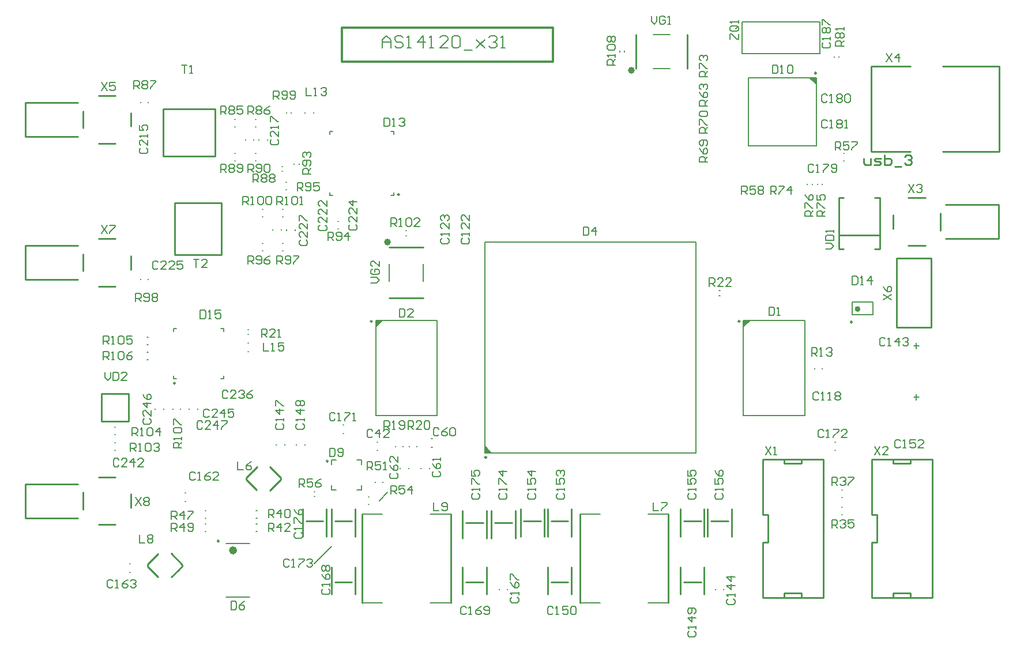
<source format=gto>
%FSLAX25Y25*%
%MOIN*%
G70*
G01*
G75*
G04 Layer_Color=65535*
%ADD10C,0.00591*%
%ADD11C,0.00591*%
%ADD12C,0.00492*%
%ADD13R,0.03347X0.05118*%
%ADD14R,0.04528X0.05709*%
%ADD15R,0.12598X0.16929*%
%ADD16R,0.03150X0.01575*%
%ADD17R,0.01575X0.03150*%
%ADD18R,0.05709X0.04528*%
%ADD19R,0.03543X0.02756*%
G04:AMPARAMS|DCode=20|XSize=23.62mil|YSize=23.62mil|CornerRadius=2.95mil|HoleSize=0mil|Usage=FLASHONLY|Rotation=90.000|XOffset=0mil|YOffset=0mil|HoleType=Round|Shape=RoundedRectangle|*
%AMROUNDEDRECTD20*
21,1,0.02362,0.01772,0,0,90.0*
21,1,0.01772,0.02362,0,0,90.0*
1,1,0.00591,0.00886,0.00886*
1,1,0.00591,0.00886,-0.00886*
1,1,0.00591,-0.00886,-0.00886*
1,1,0.00591,-0.00886,0.00886*
%
%ADD20ROUNDEDRECTD20*%
%ADD21R,0.02756X0.03543*%
G04:AMPARAMS|DCode=22|XSize=23.62mil|YSize=23.62mil|CornerRadius=2.95mil|HoleSize=0mil|Usage=FLASHONLY|Rotation=180.000|XOffset=0mil|YOffset=0mil|HoleType=Round|Shape=RoundedRectangle|*
%AMROUNDEDRECTD22*
21,1,0.02362,0.01772,0,0,180.0*
21,1,0.01772,0.02362,0,0,180.0*
1,1,0.00591,-0.00886,0.00886*
1,1,0.00591,0.00886,0.00886*
1,1,0.00591,0.00886,-0.00886*
1,1,0.00591,-0.00886,-0.00886*
%
%ADD22ROUNDEDRECTD22*%
%ADD23R,0.05118X0.03347*%
%ADD24R,0.11000X0.08500*%
%ADD25R,0.23622X0.19685*%
%ADD26O,0.06102X0.01378*%
%ADD27R,0.10787X0.12795*%
%ADD28O,0.04134X0.01181*%
%ADD29O,0.01181X0.04134*%
%ADD30R,0.08268X0.08268*%
%ADD31R,0.05906X0.09449*%
%ADD32C,0.03937*%
%ADD33R,0.05512X0.02992*%
%ADD34R,0.12520X0.05000*%
%ADD35R,0.02992X0.05512*%
%ADD36R,0.05000X0.12520*%
%ADD37O,0.00984X0.03150*%
%ADD38O,0.03150X0.00984*%
%ADD39R,0.21654X0.21654*%
%ADD40O,0.00984X0.05709*%
%ADD41R,0.29528X0.29528*%
%ADD42O,0.00984X0.03543*%
%ADD43O,0.03543X0.00984*%
%ADD44C,0.01772*%
%ADD45C,0.01575*%
%ADD46C,0.01969*%
%ADD47R,0.07087X0.08661*%
%ADD48R,0.08661X0.07087*%
%ADD49R,0.14961X0.11024*%
%ADD50R,0.03543X0.03740*%
%ADD51C,0.05906*%
%ADD52C,0.01181*%
%ADD53C,0.00984*%
%ADD54C,0.03937*%
%ADD55C,0.00787*%
%ADD56C,0.00551*%
%ADD57C,0.00394*%
%ADD58P,0.05966X8X22.5*%
%ADD59C,0.05512*%
%ADD60C,0.05906*%
%ADD61C,0.07874*%
%ADD62C,0.09843*%
%ADD63C,0.15748*%
%ADD64C,0.04724*%
%ADD65R,0.07874X0.07874*%
%ADD66R,0.07874X0.07874*%
G04:AMPARAMS|DCode=67|XSize=62.99mil|YSize=62.99mil|CornerRadius=15.75mil|HoleSize=0mil|Usage=FLASHONLY|Rotation=90.000|XOffset=0mil|YOffset=0mil|HoleType=Round|Shape=RoundedRectangle|*
%AMROUNDEDRECTD67*
21,1,0.06299,0.03150,0,0,90.0*
21,1,0.03150,0.06299,0,0,90.0*
1,1,0.03150,0.01575,0.01575*
1,1,0.03150,0.01575,-0.01575*
1,1,0.03150,-0.01575,-0.01575*
1,1,0.03150,-0.01575,0.01575*
%
%ADD67ROUNDEDRECTD67*%
%ADD68C,0.06299*%
%ADD69C,0.02559*%
%ADD70C,0.02953*%
%ADD71C,0.02362*%
%ADD72C,0.02756*%
%ADD73C,0.01575*%
%ADD74C,0.01969*%
%ADD75C,0.08661*%
%ADD76C,0.06693*%
%ADD77C,0.03937*%
%ADD78C,0.03740*%
%ADD79C,0.03543*%
%ADD80C,0.03150*%
%ADD81C,0.04331*%
%ADD82C,0.03347*%
%ADD83C,0.00512*%
%ADD84C,0.00494*%
%ADD85C,0.02756*%
%ADD86C,0.02362*%
%ADD87C,0.09449*%
%ADD88C,0.10630*%
%ADD89R,0.03347X0.01102*%
%ADD90R,0.06496X0.09449*%
%ADD91O,0.08661X0.02362*%
%ADD92O,0.03347X0.01102*%
%ADD93O,0.01102X0.03347*%
%ADD94R,0.08071X0.08071*%
%ADD95O,0.02756X0.09843*%
%ADD96C,0.07874*%
%ADD97C,0.01000*%
%ADD98C,0.00984*%
G36*
X311024Y299213D02*
Y303150D01*
X314961D01*
X311024Y299213D01*
D02*
G37*
G36*
X377953Y226378D02*
X374016D01*
Y230315D01*
X377953Y226378D01*
D02*
G37*
G36*
X565862Y439551D02*
X561925Y443488D01*
X565862Y443488D01*
Y439551D01*
D02*
G37*
G36*
X523622Y299213D02*
Y303150D01*
X527559D01*
X523622Y299213D01*
D02*
G37*
D32*
X458661Y447835D02*
D03*
X317913Y348425D02*
D03*
D52*
X291339Y472441D02*
X393701D01*
X413386D01*
Y452756D02*
Y472441D01*
X291339Y452756D02*
X413386D01*
X291339D02*
Y472441D01*
D53*
X220472Y175394D02*
G03*
X220472Y175394I-492J0D01*
G01*
X283563Y221654D02*
G03*
X283563Y221654I-492J0D01*
G01*
X195177Y266732D02*
G03*
X195177Y266732I-492J0D01*
G01*
X586417Y302067D02*
G03*
X586417Y302067I-492J0D01*
G01*
X324705Y375787D02*
G03*
X324705Y375787I-492J0D01*
G01*
X565764Y446047D02*
G03*
X565764Y446047I-492J0D01*
G01*
X521555Y302559D02*
G03*
X521555Y302559I-492J0D01*
G01*
X375098Y223819D02*
G03*
X375098Y223819I-492J0D01*
G01*
X308957Y302559D02*
G03*
X308957Y302559I-492J0D01*
G01*
D55*
X212402Y180905D02*
X212795D01*
X212402Y185236D02*
X212795D01*
X212401Y193110D02*
X212795D01*
X212401Y188780D02*
X212795D01*
X200787Y203248D02*
X201181Y203248D01*
X200787Y198327D02*
X201181Y198327D01*
X522835Y457283D02*
Y475787D01*
X567717D01*
Y457283D02*
Y475787D01*
X522835Y457283D02*
X567717D01*
X468504Y139764D02*
X480315D01*
X429134D02*
X440945D01*
X429134Y190945D02*
X440945D01*
X468504D02*
X480315D01*
X342520D02*
X354331D01*
X303150D02*
X314961D01*
X303150Y139764D02*
X314961D01*
X342520D02*
X354331D01*
X248524Y407283D02*
Y407677D01*
X243602Y407283D02*
Y407677D01*
X266732Y393307D02*
Y393701D01*
X263976Y393307D02*
Y393701D01*
X241339Y415157D02*
X241732D01*
X241339Y419488D02*
X241732D01*
X229528Y415157D02*
X229921D01*
X229528Y419488D02*
X229921D01*
X259449Y423032D02*
Y423425D01*
X262205Y423032D02*
Y423425D01*
X275098Y423031D02*
Y423425D01*
X270177Y423031D02*
Y423425D01*
X240650Y407283D02*
Y407677D01*
X235728Y407283D02*
Y407677D01*
X241339Y395473D02*
X241732D01*
X241339Y399803D02*
X241732D01*
X229528Y395472D02*
X229921D01*
X229528Y399803D02*
X229921D01*
X256890Y389370D02*
X257283D01*
X256890Y392126D02*
X257283D01*
X259252Y378543D02*
X259646D01*
X259252Y382874D02*
X259646D01*
X257244Y363032D02*
X257638D01*
X257244Y367362D02*
X257638D01*
X251476Y355315D02*
Y355709D01*
X256398Y355315D02*
Y355709D01*
X259508Y355157D02*
Y355551D01*
X264429Y355157D02*
Y355551D01*
X245433Y363032D02*
X245827D01*
X245433Y367362D02*
X245827D01*
X257244Y343347D02*
X257638D01*
X257244Y347677D02*
X257638D01*
X245433Y343347D02*
X245827D01*
X245433Y347677D02*
X245827D01*
X289173Y356102D02*
X289567D01*
X289173Y360433D02*
X289567D01*
X566535Y381693D02*
Y382087D01*
X569291Y381693D02*
Y382087D01*
X560630Y381693D02*
Y382087D01*
X563386Y381693D02*
Y382087D01*
X581496Y399803D02*
X581890D01*
X581496Y395472D02*
X581890D01*
X578937Y455315D02*
Y455709D01*
X576181Y455315D02*
Y455709D01*
X328543Y354921D02*
X328937D01*
X328543Y352165D02*
X328937D01*
X509646Y317520D02*
X510039D01*
X509646Y320275D02*
X510039D01*
X564764Y275000D02*
Y275394D01*
X569094Y275000D02*
Y275394D01*
X576575Y232775D02*
X576969D01*
X576575Y227854D02*
X576969D01*
X580512Y204921D02*
X580905D01*
X580512Y200590D02*
X580905D01*
X580512Y195079D02*
X580905D01*
X580512Y190748D02*
X580905D01*
X512303Y147441D02*
Y147835D01*
X507382Y147441D02*
Y147835D01*
X387303Y147441D02*
Y147835D01*
X382382Y147441D02*
Y147835D01*
X330512Y230118D02*
Y230512D01*
X334842Y230118D02*
Y230512D01*
X326969Y230118D02*
Y230512D01*
X322638Y230118D02*
Y230512D01*
X343307Y234744D02*
X343701D01*
X343307Y229823D02*
X343701D01*
X325295Y217323D02*
Y217717D01*
X330217Y217323D02*
Y217717D01*
X337106Y217323D02*
Y217717D01*
X342028Y217323D02*
Y217717D01*
X312992Y198819D02*
X317913Y203740D01*
X310827Y209449D02*
Y209842D01*
X315158Y209449D02*
Y209842D01*
X306890Y200984D02*
X307283D01*
X306890Y196654D02*
X307283D01*
X311811Y232776D02*
X312205D01*
X311811Y227854D02*
X312205D01*
X275590Y162402D02*
Y162402D01*
X285433Y172244D01*
X285433D01*
X275394Y204134D02*
X275787D01*
X275394Y201378D02*
X275787D01*
X241929Y188779D02*
X242323D01*
X241929Y193110D02*
X242323D01*
X241929Y180906D02*
X242323D01*
X241929Y185236D02*
X242323D01*
X224606Y174016D02*
X237992D01*
X224606Y142913D02*
X237992D01*
X300295Y222244D02*
X302953D01*
Y219586D02*
Y222244D01*
X300295Y204921D02*
X302953D01*
Y207579D01*
X285630Y204921D02*
X288287D01*
X285630D02*
Y207579D01*
Y222244D02*
X288287D01*
X285630Y219586D02*
Y222244D01*
X292126Y237697D02*
X292520D01*
X292126Y242618D02*
X292520D01*
X265256Y231102D02*
Y231496D01*
X270177Y231102D02*
Y231496D01*
X253445Y231102D02*
Y231496D01*
X258366Y231102D02*
Y231496D01*
X208169Y251772D02*
Y252165D01*
X203248Y251772D02*
Y252165D01*
X168897Y157382D02*
X169291D01*
X168897Y162303D02*
X169291D01*
X198032Y251772D02*
Y252165D01*
X193701Y251772D02*
Y252165D01*
X188484Y251772D02*
Y252165D01*
X183563Y251772D02*
Y252165D01*
X160236Y237008D02*
X160630D01*
X160236Y241338D02*
X160630D01*
X160236Y232480D02*
X160630D01*
X160236Y228150D02*
X160630D01*
X237008Y294882D02*
X237402D01*
X237008Y297638D02*
X237402D01*
X237008Y284941D02*
X237402D01*
X237008Y289862D02*
X237402D01*
X175000Y326575D02*
Y326969D01*
X179331Y326575D02*
Y326969D01*
Y428937D02*
Y429331D01*
X175000Y428937D02*
Y429331D01*
X178937Y280315D02*
X179331D01*
X178937Y284646D02*
X179331D01*
X178937Y289173D02*
X179331D01*
X178937Y293504D02*
X179331D01*
X452165Y458465D02*
Y458858D01*
X454921Y458465D02*
Y458858D01*
X194094Y296752D02*
Y298425D01*
X195768D01*
X223228Y296752D02*
Y298425D01*
X221555D02*
X223228D01*
Y269291D02*
Y270965D01*
X221555Y269291D02*
X223228D01*
X194094D02*
Y270965D01*
Y269291D02*
X195768D01*
X598622Y306496D02*
Y313583D01*
X586417Y306496D02*
Y313583D01*
X598622D01*
X586417Y306496D02*
X598622D01*
X321653Y375197D02*
Y376870D01*
X319980Y375197D02*
X321653D01*
Y410531D02*
Y412205D01*
X319980D02*
X321653D01*
X284646Y410531D02*
Y412205D01*
X286319D01*
X284646Y375197D02*
Y376870D01*
Y375197D02*
X286319D01*
X561925Y443488D02*
X565862Y439551D01*
X526492Y443488D02*
X565862D01*
X526492Y404118D02*
X565862D01*
Y443488D01*
X526492Y404118D02*
Y443488D01*
X559055Y248032D02*
Y303150D01*
X523622D02*
X559055D01*
X523622Y299213D02*
X527559Y303150D01*
X523622Y248032D02*
X559055D01*
X523622D02*
Y303150D01*
X496063Y226378D02*
Y348425D01*
X374016Y226378D02*
Y348425D01*
X496063D01*
X374016Y226378D02*
X496063D01*
X374016Y230315D02*
X377953Y226378D01*
X311024Y248032D02*
Y303150D01*
Y248032D02*
X346457D01*
X311024Y299213D02*
X314961Y303150D01*
X311024D02*
X346457D01*
Y248032D02*
Y303150D01*
X471457Y468504D02*
X481299D01*
X471457Y448819D02*
X481299D01*
X318898Y325787D02*
Y335630D01*
X338583Y325787D02*
Y335630D01*
X192913Y181102D02*
Y185825D01*
X195275D01*
X196062Y185038D01*
Y183464D01*
X195275Y182677D01*
X192913D01*
X194488D02*
X196062Y181102D01*
X199998D02*
Y185825D01*
X197636Y183464D01*
X200785D01*
X202359Y181889D02*
X203146Y181102D01*
X204721D01*
X205508Y181889D01*
Y185038D01*
X204721Y185825D01*
X203146D01*
X202359Y185038D01*
Y184251D01*
X203146Y183464D01*
X205508D01*
X192913Y187992D02*
Y192715D01*
X195275D01*
X196062Y191928D01*
Y190354D01*
X195275Y189566D01*
X192913D01*
X194488D02*
X196062Y187992D01*
X199998D02*
Y192715D01*
X197636Y190354D01*
X200785D01*
X202359Y192715D02*
X205508D01*
Y191928D01*
X202359Y188779D01*
Y187992D01*
X206692Y214566D02*
X205905Y215353D01*
X204330D01*
X203543Y214566D01*
Y211417D01*
X204330Y210630D01*
X205905D01*
X206692Y211417D01*
X208266Y210630D02*
X209840D01*
X209053D01*
Y215353D01*
X208266Y214566D01*
X215351Y215353D02*
X213776Y214566D01*
X212202Y212991D01*
Y211417D01*
X212989Y210630D01*
X214563D01*
X215351Y211417D01*
Y212204D01*
X214563Y212991D01*
X212202D01*
X220073Y210630D02*
X216925D01*
X220073Y213778D01*
Y214566D01*
X219286Y215353D01*
X217712D01*
X216925Y214566D01*
X515946Y465551D02*
Y468700D01*
X516734D01*
X519882Y465551D01*
X520669D01*
Y468700D01*
X519882Y473423D02*
X516734D01*
X515946Y472636D01*
Y471061D01*
X516734Y470274D01*
X519882D01*
X520669Y471061D01*
Y472636D01*
X519095Y471848D02*
X520669Y473423D01*
Y472636D02*
X519882Y473423D01*
X520669Y474997D02*
Y476571D01*
Y475784D01*
X515946D01*
X516734Y474997D01*
X172244Y200589D02*
X175393Y195866D01*
Y200589D02*
X172244Y195866D01*
X176967Y199802D02*
X177754Y200589D01*
X179328D01*
X180116Y199802D01*
Y199015D01*
X179328Y198228D01*
X180116Y197440D01*
Y196653D01*
X179328Y195866D01*
X177754D01*
X176967Y196653D01*
Y197440D01*
X177754Y198228D01*
X176967Y199015D01*
Y199802D01*
X177754Y198228D02*
X179328D01*
X152559Y358069D02*
X155708Y353346D01*
Y358069D02*
X152559Y353346D01*
X157282Y358069D02*
X160431D01*
Y357282D01*
X157282Y354134D01*
Y353346D01*
X604529Y314961D02*
X609252Y318109D01*
X604529D02*
X609252Y314961D01*
X604529Y322832D02*
X605316Y321258D01*
X606890Y319684D01*
X608465D01*
X609252Y320471D01*
Y322045D01*
X608465Y322832D01*
X607678D01*
X606890Y322045D01*
Y319684D01*
X152559Y440746D02*
X155708Y436024D01*
Y440746D02*
X152559Y436024D01*
X160431Y440746D02*
X157282D01*
Y438385D01*
X158856Y439172D01*
X159643D01*
X160431Y438385D01*
Y436811D01*
X159643Y436024D01*
X158069D01*
X157282Y436811D01*
X606299Y457479D02*
X609448Y452756D01*
Y457479D02*
X606299Y452756D01*
X613383D02*
Y457479D01*
X611022Y455117D01*
X614171D01*
X619095Y381691D02*
X622243Y376969D01*
Y381691D02*
X619095Y376969D01*
X623817Y380904D02*
X624605Y381691D01*
X626179D01*
X626966Y380904D01*
Y380117D01*
X626179Y379330D01*
X625392D01*
X626179D01*
X626966Y378543D01*
Y377756D01*
X626179Y376969D01*
X624605D01*
X623817Y377756D01*
X599409Y230117D02*
X602558Y225394D01*
Y230117D02*
X599409Y225394D01*
X607281D02*
X604132D01*
X607281Y228542D01*
Y229329D01*
X606494Y230117D01*
X604919D01*
X604132Y229329D01*
X536417Y230117D02*
X539566Y225394D01*
Y230117D02*
X536417Y225394D01*
X541140D02*
X542715D01*
X541927D01*
Y230117D01*
X541140Y229329D01*
X308269Y324803D02*
X311418D01*
X312992Y326377D01*
X311418Y327952D01*
X308269D01*
X309056Y332675D02*
X308269Y331888D01*
Y330313D01*
X309056Y329526D01*
X312205D01*
X312992Y330313D01*
Y331888D01*
X312205Y332675D01*
X310631D01*
Y331100D01*
X312992Y337398D02*
Y334249D01*
X309843Y337398D01*
X309056D01*
X308269Y336610D01*
Y335036D01*
X309056Y334249D01*
X470472Y479132D02*
Y475984D01*
X472047Y474409D01*
X473621Y475984D01*
Y479132D01*
X478344Y478345D02*
X477557Y479132D01*
X475983D01*
X475195Y478345D01*
Y475197D01*
X475983Y474409D01*
X477557D01*
X478344Y475197D01*
Y476771D01*
X476770D01*
X479918Y474409D02*
X481493D01*
X480705D01*
Y479132D01*
X479918Y478345D01*
X154527Y273128D02*
Y269980D01*
X156102Y268406D01*
X157676Y269980D01*
Y273128D01*
X159250D02*
Y268406D01*
X161612D01*
X162399Y269193D01*
Y272341D01*
X161612Y273128D01*
X159250D01*
X167122Y268406D02*
X163973D01*
X167122Y271554D01*
Y272341D01*
X166335Y273128D01*
X164760D01*
X163973Y272341D01*
X571065Y344488D02*
X574213D01*
X575787Y346062D01*
X574213Y347637D01*
X571065D01*
Y349211D02*
X575787D01*
Y351572D01*
X575000Y352360D01*
X571852D01*
X571065Y351572D01*
Y349211D01*
X575787Y353934D02*
Y355508D01*
Y354721D01*
X571065D01*
X571852Y353934D01*
X205709Y338384D02*
X208857D01*
X207283D01*
Y333661D01*
X213580D02*
X210432D01*
X213580Y336810D01*
Y337597D01*
X212793Y338384D01*
X211219D01*
X210432Y337597D01*
X198819Y450589D02*
X201968D01*
X200393D01*
Y445866D01*
X203542D02*
X205116D01*
X204329D01*
Y450589D01*
X203542Y449802D01*
X198819Y229331D02*
X194096D01*
Y231692D01*
X194883Y232479D01*
X196458D01*
X197245Y231692D01*
Y229331D01*
Y230905D02*
X198819Y232479D01*
Y234054D02*
Y235628D01*
Y234841D01*
X194096D01*
X194883Y234054D01*
Y237989D02*
X194096Y238776D01*
Y240351D01*
X194883Y241138D01*
X198032D01*
X198819Y240351D01*
Y238776D01*
X198032Y237989D01*
X194883D01*
X194096Y242712D02*
Y245861D01*
X194883D01*
X198032Y242712D01*
X198819D01*
X153631Y280426D02*
Y285149D01*
X155992D01*
X156779Y284362D01*
Y282787D01*
X155992Y282000D01*
X153631D01*
X155205D02*
X156779Y280426D01*
X158354D02*
X159928D01*
X159141D01*
Y285149D01*
X158354Y284362D01*
X162289D02*
X163076Y285149D01*
X164651D01*
X165438Y284362D01*
Y281213D01*
X164651Y280426D01*
X163076D01*
X162289Y281213D01*
Y284362D01*
X170161Y285149D02*
X168587Y284362D01*
X167012Y282787D01*
Y281213D01*
X167799Y280426D01*
X169374D01*
X170161Y281213D01*
Y282000D01*
X169374Y282787D01*
X167012D01*
X153631Y289326D02*
Y294049D01*
X155992D01*
X156779Y293262D01*
Y291687D01*
X155992Y290900D01*
X153631D01*
X155205D02*
X156779Y289326D01*
X158354D02*
X159928D01*
X159141D01*
Y294049D01*
X158354Y293262D01*
X162289D02*
X163076Y294049D01*
X164651D01*
X165438Y293262D01*
Y290113D01*
X164651Y289326D01*
X163076D01*
X162289Y290113D01*
Y293262D01*
X170161Y294049D02*
X167012D01*
Y291687D01*
X168587Y292475D01*
X169374D01*
X170161Y291687D01*
Y290113D01*
X169374Y289326D01*
X167799D01*
X167012Y290113D01*
X170276Y236221D02*
Y240943D01*
X172637D01*
X173424Y240156D01*
Y238582D01*
X172637Y237795D01*
X170276D01*
X171850D02*
X173424Y236221D01*
X174998D02*
X176573D01*
X175786D01*
Y240943D01*
X174998Y240156D01*
X178934D02*
X179721Y240943D01*
X181296D01*
X182083Y240156D01*
Y237008D01*
X181296Y236221D01*
X179721D01*
X178934Y237008D01*
Y240156D01*
X186019Y236221D02*
Y240943D01*
X183657Y238582D01*
X186806D01*
X169291Y227362D02*
Y232085D01*
X171653D01*
X172440Y231298D01*
Y229724D01*
X171653Y228937D01*
X169291D01*
X170866D02*
X172440Y227362D01*
X174014D02*
X175589D01*
X174801D01*
Y232085D01*
X174014Y231298D01*
X177950D02*
X178737Y232085D01*
X180311D01*
X181099Y231298D01*
Y228149D01*
X180311Y227362D01*
X178737D01*
X177950Y228149D01*
Y231298D01*
X182673D02*
X183460Y232085D01*
X185034D01*
X185821Y231298D01*
Y230511D01*
X185034Y229724D01*
X184247D01*
X185034D01*
X185821Y228937D01*
Y228149D01*
X185034Y227362D01*
X183460D01*
X182673Y228149D01*
X319882Y357480D02*
Y362203D01*
X322243D01*
X323030Y361416D01*
Y359842D01*
X322243Y359055D01*
X319882D01*
X321456D02*
X323030Y357480D01*
X324605D02*
X326179D01*
X325392D01*
Y362203D01*
X324605Y361416D01*
X328540D02*
X329328Y362203D01*
X330902D01*
X331689Y361416D01*
Y358267D01*
X330902Y357480D01*
X329328D01*
X328540Y358267D01*
Y361416D01*
X336412Y357480D02*
X333263D01*
X336412Y360629D01*
Y361416D01*
X335625Y362203D01*
X334050D01*
X333263Y361416D01*
X253937Y370079D02*
Y374802D01*
X256298D01*
X257086Y374014D01*
Y372440D01*
X256298Y371653D01*
X253937D01*
X255511D02*
X257086Y370079D01*
X258660D02*
X260234D01*
X259447D01*
Y374802D01*
X258660Y374014D01*
X262596D02*
X263383Y374802D01*
X264957D01*
X265744Y374014D01*
Y370866D01*
X264957Y370079D01*
X263383D01*
X262596Y370866D01*
Y374014D01*
X267319Y370079D02*
X268893D01*
X268106D01*
Y374802D01*
X267319Y374014D01*
X234252Y370079D02*
Y374802D01*
X236613D01*
X237401Y374014D01*
Y372440D01*
X236613Y371653D01*
X234252D01*
X235826D02*
X237401Y370079D01*
X238975D02*
X240549D01*
X239762D01*
Y374802D01*
X238975Y374014D01*
X242911D02*
X243698Y374802D01*
X245272D01*
X246059Y374014D01*
Y370866D01*
X245272Y370079D01*
X243698D01*
X242911Y370866D01*
Y374014D01*
X247634D02*
X248421Y374802D01*
X249995D01*
X250782Y374014D01*
Y370866D01*
X249995Y370079D01*
X248421D01*
X247634Y370866D01*
Y374014D01*
X251969Y431102D02*
Y435825D01*
X254330D01*
X255117Y435038D01*
Y433464D01*
X254330Y432677D01*
X251969D01*
X253543D02*
X255117Y431102D01*
X256691Y431889D02*
X257478Y431102D01*
X259053D01*
X259840Y431889D01*
Y435038D01*
X259053Y435825D01*
X257478D01*
X256691Y435038D01*
Y434251D01*
X257478Y433464D01*
X259840D01*
X261414Y431889D02*
X262201Y431102D01*
X263776D01*
X264563Y431889D01*
Y435038D01*
X263776Y435825D01*
X262201D01*
X261414Y435038D01*
Y434251D01*
X262201Y433464D01*
X264563D01*
X172244Y313976D02*
Y318699D01*
X174606D01*
X175393Y317912D01*
Y316338D01*
X174606Y315551D01*
X172244D01*
X173818D02*
X175393Y313976D01*
X176967Y314763D02*
X177754Y313976D01*
X179328D01*
X180116Y314763D01*
Y317912D01*
X179328Y318699D01*
X177754D01*
X176967Y317912D01*
Y317125D01*
X177754Y316338D01*
X180116D01*
X181690Y317912D02*
X182477Y318699D01*
X184051D01*
X184838Y317912D01*
Y317125D01*
X184051Y316338D01*
X184838Y315551D01*
Y314763D01*
X184051Y313976D01*
X182477D01*
X181690Y314763D01*
Y315551D01*
X182477Y316338D01*
X181690Y317125D01*
Y317912D01*
X182477Y316338D02*
X184051D01*
X253937Y335630D02*
Y340353D01*
X256298D01*
X257086Y339566D01*
Y337991D01*
X256298Y337204D01*
X253937D01*
X255511D02*
X257086Y335630D01*
X258660Y336417D02*
X259447Y335630D01*
X261021D01*
X261808Y336417D01*
Y339566D01*
X261021Y340353D01*
X259447D01*
X258660Y339566D01*
Y338778D01*
X259447Y337991D01*
X261808D01*
X263383Y340353D02*
X266531D01*
Y339566D01*
X263383Y336417D01*
Y335630D01*
X237205D02*
Y340353D01*
X239566D01*
X240353Y339566D01*
Y337991D01*
X239566Y337204D01*
X237205D01*
X238779D02*
X240353Y335630D01*
X241928Y336417D02*
X242715Y335630D01*
X244289D01*
X245076Y336417D01*
Y339566D01*
X244289Y340353D01*
X242715D01*
X241928Y339566D01*
Y338778D01*
X242715Y337991D01*
X245076D01*
X249799Y340353D02*
X248225Y339566D01*
X246651Y337991D01*
Y336417D01*
X247438Y335630D01*
X249012D01*
X249799Y336417D01*
Y337204D01*
X249012Y337991D01*
X246651D01*
X265748Y377953D02*
Y382676D01*
X268109D01*
X268897Y381889D01*
Y380314D01*
X268109Y379527D01*
X265748D01*
X267322D02*
X268897Y377953D01*
X270471Y378740D02*
X271258Y377953D01*
X272832D01*
X273620Y378740D01*
Y381889D01*
X272832Y382676D01*
X271258D01*
X270471Y381889D01*
Y381101D01*
X271258Y380314D01*
X273620D01*
X278342Y382676D02*
X275194D01*
Y380314D01*
X276768Y381101D01*
X277555D01*
X278342Y380314D01*
Y378740D01*
X277555Y377953D01*
X275981D01*
X275194Y378740D01*
X283465Y349410D02*
Y354132D01*
X285826D01*
X286613Y353345D01*
Y351771D01*
X285826Y350984D01*
X283465D01*
X285039D02*
X286613Y349410D01*
X288187Y350197D02*
X288975Y349410D01*
X290549D01*
X291336Y350197D01*
Y353345D01*
X290549Y354132D01*
X288975D01*
X288187Y353345D01*
Y352558D01*
X288975Y351771D01*
X291336D01*
X295272Y349410D02*
Y354132D01*
X292910Y351771D01*
X296059D01*
X273622Y387795D02*
X268899D01*
Y390157D01*
X269686Y390944D01*
X271261D01*
X272048Y390157D01*
Y387795D01*
Y389370D02*
X273622Y390944D01*
X272835Y392518D02*
X273622Y393305D01*
Y394880D01*
X272835Y395667D01*
X269686D01*
X268899Y394880D01*
Y393305D01*
X269686Y392518D01*
X270474D01*
X271261Y393305D01*
Y395667D01*
X269686Y397241D02*
X268899Y398028D01*
Y399603D01*
X269686Y400390D01*
X270474D01*
X271261Y399603D01*
Y398815D01*
Y399603D01*
X272048Y400390D01*
X272835D01*
X273622Y399603D01*
Y398028D01*
X272835Y397241D01*
X237205Y388779D02*
Y393502D01*
X239566D01*
X240353Y392715D01*
Y391141D01*
X239566Y390354D01*
X237205D01*
X238779D02*
X240353Y388779D01*
X241928Y389567D02*
X242715Y388779D01*
X244289D01*
X245076Y389567D01*
Y392715D01*
X244289Y393502D01*
X242715D01*
X241928Y392715D01*
Y391928D01*
X242715Y391141D01*
X245076D01*
X246651Y392715D02*
X247438Y393502D01*
X249012D01*
X249799Y392715D01*
Y389567D01*
X249012Y388779D01*
X247438D01*
X246651Y389567D01*
Y392715D01*
X221457Y388779D02*
Y393502D01*
X223818D01*
X224605Y392715D01*
Y391141D01*
X223818Y390354D01*
X221457D01*
X223031D02*
X224605Y388779D01*
X226180Y392715D02*
X226967Y393502D01*
X228541D01*
X229328Y392715D01*
Y391928D01*
X228541Y391141D01*
X229328Y390354D01*
Y389567D01*
X228541Y388779D01*
X226967D01*
X226180Y389567D01*
Y390354D01*
X226967Y391141D01*
X226180Y391928D01*
Y392715D01*
X226967Y391141D02*
X228541D01*
X230902Y389567D02*
X231690Y388779D01*
X233264D01*
X234051Y389567D01*
Y392715D01*
X233264Y393502D01*
X231690D01*
X230902Y392715D01*
Y391928D01*
X231690Y391141D01*
X234051D01*
X240158Y382874D02*
Y387597D01*
X242519D01*
X243306Y386810D01*
Y385236D01*
X242519Y384448D01*
X240158D01*
X241732D02*
X243306Y382874D01*
X244880Y386810D02*
X245668Y387597D01*
X247242D01*
X248029Y386810D01*
Y386023D01*
X247242Y385236D01*
X248029Y384448D01*
Y383661D01*
X247242Y382874D01*
X245668D01*
X244880Y383661D01*
Y384448D01*
X245668Y385236D01*
X244880Y386023D01*
Y386810D01*
X245668Y385236D02*
X247242D01*
X249603Y386810D02*
X250390Y387597D01*
X251965D01*
X252752Y386810D01*
Y386023D01*
X251965Y385236D01*
X252752Y384448D01*
Y383661D01*
X251965Y382874D01*
X250390D01*
X249603Y383661D01*
Y384448D01*
X250390Y385236D01*
X249603Y386023D01*
Y386810D01*
X250390Y385236D02*
X251965D01*
X171260Y437008D02*
Y441731D01*
X173621D01*
X174408Y440944D01*
Y439369D01*
X173621Y438582D01*
X171260D01*
X172834D02*
X174408Y437008D01*
X175983Y440944D02*
X176770Y441731D01*
X178344D01*
X179131Y440944D01*
Y440157D01*
X178344Y439369D01*
X179131Y438582D01*
Y437795D01*
X178344Y437008D01*
X176770D01*
X175983Y437795D01*
Y438582D01*
X176770Y439369D01*
X175983Y440157D01*
Y440944D01*
X176770Y439369D02*
X178344D01*
X180706Y441731D02*
X183854D01*
Y440944D01*
X180706Y437795D01*
Y437008D01*
X237205Y422244D02*
Y426967D01*
X239566D01*
X240353Y426180D01*
Y424606D01*
X239566Y423818D01*
X237205D01*
X238779D02*
X240353Y422244D01*
X241928Y426180D02*
X242715Y426967D01*
X244289D01*
X245076Y426180D01*
Y425393D01*
X244289Y424606D01*
X245076Y423818D01*
Y423031D01*
X244289Y422244D01*
X242715D01*
X241928Y423031D01*
Y423818D01*
X242715Y424606D01*
X241928Y425393D01*
Y426180D01*
X242715Y424606D02*
X244289D01*
X249799Y426967D02*
X248225Y426180D01*
X246651Y424606D01*
Y423031D01*
X247438Y422244D01*
X249012D01*
X249799Y423031D01*
Y423818D01*
X249012Y424606D01*
X246651D01*
X221457Y422244D02*
Y426967D01*
X223818D01*
X224605Y426180D01*
Y424606D01*
X223818Y423818D01*
X221457D01*
X223031D02*
X224605Y422244D01*
X226180Y426180D02*
X226967Y426967D01*
X228541D01*
X229328Y426180D01*
Y425393D01*
X228541Y424606D01*
X229328Y423818D01*
Y423031D01*
X228541Y422244D01*
X226967D01*
X226180Y423031D01*
Y423818D01*
X226967Y424606D01*
X226180Y425393D01*
Y426180D01*
X226967Y424606D02*
X228541D01*
X234051Y426967D02*
X230902D01*
Y424606D01*
X232477Y425393D01*
X233264D01*
X234051Y424606D01*
Y423031D01*
X233264Y422244D01*
X231690D01*
X230902Y423031D01*
X581693Y461614D02*
X576970D01*
Y463976D01*
X577757Y464763D01*
X579331D01*
X580119Y463976D01*
Y461614D01*
Y463189D02*
X581693Y464763D01*
X577757Y466337D02*
X576970Y467124D01*
Y468699D01*
X577757Y469486D01*
X578544D01*
X579331Y468699D01*
X580119Y469486D01*
X580906D01*
X581693Y468699D01*
Y467124D01*
X580906Y466337D01*
X580119D01*
X579331Y467124D01*
X578544Y466337D01*
X577757D01*
X579331Y467124D02*
Y468699D01*
X581693Y471060D02*
Y472634D01*
Y471847D01*
X576970D01*
X577757Y471060D01*
X563976Y363189D02*
X559254D01*
Y365550D01*
X560041Y366338D01*
X561615D01*
X562402Y365550D01*
Y363189D01*
Y364763D02*
X563976Y366338D01*
X559254Y367912D02*
Y371060D01*
X560041D01*
X563189Y367912D01*
X563976D01*
X559254Y375783D02*
X560041Y374209D01*
X561615Y372635D01*
X563189D01*
X563976Y373422D01*
Y374996D01*
X563189Y375783D01*
X562402D01*
X561615Y374996D01*
Y372635D01*
X570866Y363189D02*
X566143D01*
Y365550D01*
X566930Y366338D01*
X568505D01*
X569292Y365550D01*
Y363189D01*
Y364763D02*
X570866Y366338D01*
X566143Y367912D02*
Y371060D01*
X566930D01*
X570079Y367912D01*
X570866D01*
X566143Y375783D02*
Y372635D01*
X568505D01*
X567718Y374209D01*
Y374996D01*
X568505Y375783D01*
X570079D01*
X570866Y374996D01*
Y373422D01*
X570079Y372635D01*
X539370Y375984D02*
Y380707D01*
X541732D01*
X542519Y379920D01*
Y378346D01*
X541732Y377558D01*
X539370D01*
X540944D02*
X542519Y375984D01*
X544093Y380707D02*
X547242D01*
Y379920D01*
X544093Y376771D01*
Y375984D01*
X551177D02*
Y380707D01*
X548816Y378346D01*
X551964D01*
X502953Y443898D02*
X498230D01*
Y446259D01*
X499017Y447046D01*
X500591D01*
X501378Y446259D01*
Y443898D01*
Y445472D02*
X502953Y447046D01*
X498230Y448621D02*
Y451769D01*
X499017D01*
X502166Y448621D01*
X502953D01*
X499017Y453343D02*
X498230Y454131D01*
Y455705D01*
X499017Y456492D01*
X499804D01*
X500591Y455705D01*
Y454918D01*
Y455705D01*
X501378Y456492D01*
X502166D01*
X502953Y455705D01*
Y454131D01*
X502166Y453343D01*
X449606Y450787D02*
X444883D01*
Y453149D01*
X445671Y453936D01*
X447245D01*
X448032Y453149D01*
Y450787D01*
Y452362D02*
X449606Y453936D01*
Y455510D02*
Y457085D01*
Y456297D01*
X444883D01*
X445671Y455510D01*
Y459446D02*
X444883Y460233D01*
Y461807D01*
X445671Y462595D01*
X448819D01*
X449606Y461807D01*
Y460233D01*
X448819Y459446D01*
X445671D01*
Y464169D02*
X444883Y464956D01*
Y466530D01*
X445671Y467317D01*
X446458D01*
X447245Y466530D01*
X448032Y467317D01*
X448819D01*
X449606Y466530D01*
Y464956D01*
X448819Y464169D01*
X448032D01*
X447245Y464956D01*
X446458Y464169D01*
X445671D01*
X447245Y464956D02*
Y466530D01*
X502953Y394685D02*
X498230D01*
Y397046D01*
X499017Y397834D01*
X500591D01*
X501378Y397046D01*
Y394685D01*
Y396259D02*
X502953Y397834D01*
X498230Y402557D02*
X499017Y400982D01*
X500591Y399408D01*
X502166D01*
X502953Y400195D01*
Y401769D01*
X502166Y402557D01*
X501378D01*
X500591Y401769D01*
Y399408D01*
X502166Y404131D02*
X502953Y404918D01*
Y406492D01*
X502166Y407279D01*
X499017D01*
X498230Y406492D01*
Y404918D01*
X499017Y404131D01*
X499804D01*
X500591Y404918D01*
Y407279D01*
X502953Y427165D02*
X498230D01*
Y429527D01*
X499017Y430314D01*
X500591D01*
X501378Y429527D01*
Y427165D01*
Y428740D02*
X502953Y430314D01*
X498230Y435037D02*
X499017Y433462D01*
X500591Y431888D01*
X502166D01*
X502953Y432675D01*
Y434250D01*
X502166Y435037D01*
X501378D01*
X500591Y434250D01*
Y431888D01*
X499017Y436611D02*
X498230Y437398D01*
Y438973D01*
X499017Y439760D01*
X499804D01*
X500591Y438973D01*
Y438185D01*
Y438973D01*
X501378Y439760D01*
X502166D01*
X502953Y438973D01*
Y437398D01*
X502166Y436611D01*
X522638Y375984D02*
Y380707D01*
X524999D01*
X525786Y379920D01*
Y378346D01*
X524999Y377558D01*
X522638D01*
X524212D02*
X525786Y375984D01*
X530509Y380707D02*
X527361D01*
Y378346D01*
X528935Y379133D01*
X529722D01*
X530509Y378346D01*
Y376771D01*
X529722Y375984D01*
X528148D01*
X527361Y376771D01*
X532084Y379920D02*
X532871Y380707D01*
X534445D01*
X535232Y379920D01*
Y379133D01*
X534445Y378346D01*
X535232Y377558D01*
Y376771D01*
X534445Y375984D01*
X532871D01*
X532084Y376771D01*
Y377558D01*
X532871Y378346D01*
X532084Y379133D01*
Y379920D01*
X532871Y378346D02*
X534445D01*
X576772Y401575D02*
Y406298D01*
X579133D01*
X579920Y405511D01*
Y403936D01*
X579133Y403149D01*
X576772D01*
X578346D02*
X579920Y401575D01*
X584643Y406298D02*
X581495D01*
Y403936D01*
X583069Y404723D01*
X583856D01*
X584643Y403936D01*
Y402362D01*
X583856Y401575D01*
X582282D01*
X581495Y402362D01*
X586217Y406298D02*
X589366D01*
Y405511D01*
X586217Y402362D01*
Y401575D01*
X266732Y206693D02*
Y211416D01*
X269094D01*
X269881Y210629D01*
Y209054D01*
X269094Y208267D01*
X266732D01*
X268307D02*
X269881Y206693D01*
X274604Y211416D02*
X271455D01*
Y209054D01*
X273029Y209841D01*
X273817D01*
X274604Y209054D01*
Y207480D01*
X273817Y206693D01*
X272242D01*
X271455Y207480D01*
X279327Y211416D02*
X277752Y210629D01*
X276178Y209054D01*
Y207480D01*
X276965Y206693D01*
X278539D01*
X279327Y207480D01*
Y208267D01*
X278539Y209054D01*
X276178D01*
X319882Y202756D02*
Y207479D01*
X322243D01*
X323030Y206692D01*
Y205117D01*
X322243Y204330D01*
X319882D01*
X321456D02*
X323030Y202756D01*
X327753Y207479D02*
X324605D01*
Y205117D01*
X326179Y205905D01*
X326966D01*
X327753Y205117D01*
Y203543D01*
X326966Y202756D01*
X325392D01*
X324605Y203543D01*
X331689Y202756D02*
Y207479D01*
X329328Y205117D01*
X332476D01*
X306102Y216535D02*
Y221258D01*
X308464D01*
X309251Y220471D01*
Y218897D01*
X308464Y218110D01*
X306102D01*
X307677D02*
X309251Y216535D01*
X313974Y221258D02*
X310825D01*
Y218897D01*
X312400Y219684D01*
X313187D01*
X313974Y218897D01*
Y217323D01*
X313187Y216535D01*
X311612D01*
X310825Y217323D01*
X315548Y216535D02*
X317122D01*
X316335D01*
Y221258D01*
X315548Y220471D01*
X249016Y181102D02*
Y185825D01*
X251377D01*
X252164Y185038D01*
Y183464D01*
X251377Y182677D01*
X249016D01*
X250590D02*
X252164Y181102D01*
X256100D02*
Y185825D01*
X253739Y183464D01*
X256887D01*
X261610Y181102D02*
X258461D01*
X261610Y184251D01*
Y185038D01*
X260823Y185825D01*
X259249D01*
X258461Y185038D01*
X249016Y188976D02*
Y193699D01*
X251377D01*
X252164Y192912D01*
Y191338D01*
X251377Y190551D01*
X249016D01*
X250590D02*
X252164Y188976D01*
X256100D02*
Y193699D01*
X253739Y191338D01*
X256887D01*
X258461Y192912D02*
X259249Y193699D01*
X260823D01*
X261610Y192912D01*
Y189763D01*
X260823Y188976D01*
X259249D01*
X258461Y189763D01*
Y192912D01*
X574803Y207677D02*
Y212400D01*
X577165D01*
X577952Y211613D01*
Y210039D01*
X577165Y209251D01*
X574803D01*
X576377D02*
X577952Y207677D01*
X579526Y211613D02*
X580313Y212400D01*
X581887D01*
X582675Y211613D01*
Y210826D01*
X581887Y210039D01*
X581100D01*
X581887D01*
X582675Y209251D01*
Y208464D01*
X581887Y207677D01*
X580313D01*
X579526Y208464D01*
X584249Y212400D02*
X587397D01*
Y211613D01*
X584249Y208464D01*
Y207677D01*
X574803Y183071D02*
Y187794D01*
X577165D01*
X577952Y187007D01*
Y185432D01*
X577165Y184645D01*
X574803D01*
X576377D02*
X577952Y183071D01*
X579526Y187007D02*
X580313Y187794D01*
X581887D01*
X582675Y187007D01*
Y186220D01*
X581887Y185432D01*
X581100D01*
X581887D01*
X582675Y184645D01*
Y183858D01*
X581887Y183071D01*
X580313D01*
X579526Y183858D01*
X587397Y187794D02*
X584249D01*
Y185432D01*
X585823Y186220D01*
X586610D01*
X587397Y185432D01*
Y183858D01*
X586610Y183071D01*
X585036D01*
X584249Y183858D01*
X503937Y322835D02*
Y327557D01*
X506298D01*
X507086Y326770D01*
Y325196D01*
X506298Y324409D01*
X503937D01*
X505511D02*
X507086Y322835D01*
X511808D02*
X508660D01*
X511808Y325983D01*
Y326770D01*
X511021Y327557D01*
X509447D01*
X508660Y326770D01*
X516531Y322835D02*
X513383D01*
X516531Y325983D01*
Y326770D01*
X515744Y327557D01*
X514170D01*
X513383Y326770D01*
X329724Y240158D02*
Y244880D01*
X332086D01*
X332873Y244093D01*
Y242519D01*
X332086Y241732D01*
X329724D01*
X331299D02*
X332873Y240158D01*
X337596D02*
X334447D01*
X337596Y243306D01*
Y244093D01*
X336809Y244880D01*
X335234D01*
X334447Y244093D01*
X339170D02*
X339957Y244880D01*
X341532D01*
X342319Y244093D01*
Y240945D01*
X341532Y240158D01*
X339957D01*
X339170Y240945D01*
Y244093D01*
X315945Y240158D02*
Y244880D01*
X318306D01*
X319093Y244093D01*
Y242519D01*
X318306Y241732D01*
X315945D01*
X317519D02*
X319093Y240158D01*
X320668D02*
X322242D01*
X321455D01*
Y244880D01*
X320668Y244093D01*
X324604Y240945D02*
X325391Y240158D01*
X326965D01*
X327752Y240945D01*
Y244093D01*
X326965Y244880D01*
X325391D01*
X324604Y244093D01*
Y243306D01*
X325391Y242519D01*
X327752D01*
X562992Y282480D02*
Y287203D01*
X565354D01*
X566141Y286416D01*
Y284842D01*
X565354Y284055D01*
X562992D01*
X564566D02*
X566141Y282480D01*
X567715D02*
X569289D01*
X568502D01*
Y287203D01*
X567715Y286416D01*
X571651D02*
X572438Y287203D01*
X574012D01*
X574799Y286416D01*
Y285629D01*
X574012Y284842D01*
X573225D01*
X574012D01*
X574799Y284055D01*
Y283267D01*
X574012Y282480D01*
X572438D01*
X571651Y283267D01*
X246063Y290156D02*
Y285433D01*
X249212D01*
X250786D02*
X252360D01*
X251573D01*
Y290156D01*
X250786Y289369D01*
X257870Y290156D02*
X254722D01*
Y287794D01*
X256296Y288582D01*
X257083D01*
X257870Y287794D01*
Y286220D01*
X257083Y285433D01*
X255509D01*
X254722Y286220D01*
X270669Y437794D02*
Y433071D01*
X273818D01*
X275392D02*
X276967D01*
X276179D01*
Y437794D01*
X275392Y437007D01*
X279328D02*
X280115Y437794D01*
X281689D01*
X282476Y437007D01*
Y436220D01*
X281689Y435432D01*
X280902D01*
X281689D01*
X282476Y434645D01*
Y433858D01*
X281689Y433071D01*
X280115D01*
X279328Y433858D01*
X344488Y197636D02*
Y192913D01*
X347637D01*
X349211Y193701D02*
X349998Y192913D01*
X351572D01*
X352360Y193701D01*
Y196849D01*
X351572Y197636D01*
X349998D01*
X349211Y196849D01*
Y196062D01*
X349998Y195275D01*
X352360D01*
X174409Y179132D02*
Y174409D01*
X177558D01*
X179132Y178345D02*
X179920Y179132D01*
X181494D01*
X182281Y178345D01*
Y177558D01*
X181494Y176771D01*
X182281Y175984D01*
Y175197D01*
X181494Y174409D01*
X179920D01*
X179132Y175197D01*
Y175984D01*
X179920Y176771D01*
X179132Y177558D01*
Y178345D01*
X179920Y176771D02*
X181494D01*
X471457Y197636D02*
Y192913D01*
X474605D01*
X476180Y197636D02*
X479328D01*
Y196849D01*
X476180Y193701D01*
Y192913D01*
X209646Y308857D02*
Y304134D01*
X212007D01*
X212794Y304921D01*
Y308070D01*
X212007Y308857D01*
X209646D01*
X214369Y304134D02*
X215943D01*
X215156D01*
Y308857D01*
X214369Y308070D01*
X221453Y308857D02*
X218304D01*
Y306495D01*
X219879Y307282D01*
X220666D01*
X221453Y306495D01*
Y304921D01*
X220666Y304134D01*
X219091D01*
X218304Y304921D01*
X586614Y328542D02*
Y323819D01*
X588976D01*
X589763Y324606D01*
Y327755D01*
X588976Y328542D01*
X586614D01*
X591337Y323819D02*
X592911D01*
X592124D01*
Y328542D01*
X591337Y327755D01*
X597634Y323819D02*
Y328542D01*
X595273Y326180D01*
X598421D01*
X315945Y420077D02*
Y415354D01*
X318306D01*
X319093Y416142D01*
Y419290D01*
X318306Y420077D01*
X315945D01*
X320668Y415354D02*
X322242D01*
X321455D01*
Y420077D01*
X320668Y419290D01*
X324604D02*
X325391Y420077D01*
X326965D01*
X327752Y419290D01*
Y418503D01*
X326965Y417716D01*
X326178D01*
X326965D01*
X327752Y416929D01*
Y416142D01*
X326965Y415354D01*
X325391D01*
X324604Y416142D01*
X540354Y450589D02*
Y445866D01*
X542716D01*
X543503Y446653D01*
Y449802D01*
X542716Y450589D01*
X540354D01*
X545077Y445866D02*
X546652D01*
X545864D01*
Y450589D01*
X545077Y449802D01*
X549013D02*
X549800Y450589D01*
X551374D01*
X552162Y449802D01*
Y446653D01*
X551374Y445866D01*
X549800D01*
X549013Y446653D01*
Y449802D01*
X284449Y229132D02*
Y224410D01*
X286810D01*
X287597Y225197D01*
Y228345D01*
X286810Y229132D01*
X284449D01*
X289172Y225197D02*
X289959Y224410D01*
X291533D01*
X292320Y225197D01*
Y228345D01*
X291533Y229132D01*
X289959D01*
X289172Y228345D01*
Y227558D01*
X289959Y226771D01*
X292320D01*
X227362Y140550D02*
Y135827D01*
X229724D01*
X230511Y136614D01*
Y139762D01*
X229724Y140550D01*
X227362D01*
X235234D02*
X233659Y139762D01*
X232085Y138188D01*
Y136614D01*
X232872Y135827D01*
X234447D01*
X235234Y136614D01*
Y137401D01*
X234447Y138188D01*
X232085D01*
X538386Y310825D02*
Y306102D01*
X540747D01*
X541534Y306890D01*
Y310038D01*
X540747Y310825D01*
X538386D01*
X543109Y306102D02*
X544683D01*
X543896D01*
Y310825D01*
X543109Y310038D01*
X210826Y244093D02*
X210039Y244880D01*
X208464D01*
X207677Y244093D01*
Y240945D01*
X208464Y240158D01*
X210039D01*
X210826Y240945D01*
X215549Y240158D02*
X212400D01*
X215549Y243306D01*
Y244093D01*
X214761Y244880D01*
X213187D01*
X212400Y244093D01*
X219484Y240158D02*
Y244880D01*
X217123Y242519D01*
X220271D01*
X221846Y244880D02*
X224994D01*
Y244093D01*
X221846Y240945D01*
Y240158D01*
X177167Y246259D02*
X176380Y245472D01*
Y243897D01*
X177167Y243110D01*
X180315D01*
X181102Y243897D01*
Y245472D01*
X180315Y246259D01*
X181102Y250982D02*
Y247833D01*
X177954Y250982D01*
X177167D01*
X176380Y250195D01*
Y248620D01*
X177167Y247833D01*
X181102Y254917D02*
X176380D01*
X178741Y252556D01*
Y255705D01*
X176380Y260427D02*
X177167Y258853D01*
X178741Y257279D01*
X180315D01*
X181102Y258066D01*
Y259640D01*
X180315Y260427D01*
X179528D01*
X178741Y259640D01*
Y257279D01*
X214763Y250983D02*
X213976Y251770D01*
X212401D01*
X211614Y250983D01*
Y247834D01*
X212401Y247047D01*
X213976D01*
X214763Y247834D01*
X219486Y247047D02*
X216337D01*
X219486Y250196D01*
Y250983D01*
X218699Y251770D01*
X217124D01*
X216337Y250983D01*
X223421Y247047D02*
Y251770D01*
X221060Y249409D01*
X224208D01*
X228931Y251770D02*
X225783D01*
Y249409D01*
X227357Y250196D01*
X228144D01*
X228931Y249409D01*
Y247834D01*
X228144Y247047D01*
X226570D01*
X225783Y247834D01*
X162597Y222440D02*
X161810Y223227D01*
X160236D01*
X159449Y222440D01*
Y219291D01*
X160236Y218504D01*
X161810D01*
X162597Y219291D01*
X167320Y218504D02*
X164172D01*
X167320Y221653D01*
Y222440D01*
X166533Y223227D01*
X164959D01*
X164172Y222440D01*
X171256Y218504D02*
Y223227D01*
X168895Y220865D01*
X172043D01*
X176766Y218504D02*
X173617D01*
X176766Y221653D01*
Y222440D01*
X175979Y223227D01*
X174405D01*
X173617Y222440D01*
X225589Y261810D02*
X224802Y262597D01*
X223228D01*
X222441Y261810D01*
Y258661D01*
X223228Y257874D01*
X224802D01*
X225589Y258661D01*
X230312Y257874D02*
X227164D01*
X230312Y261023D01*
Y261810D01*
X229525Y262597D01*
X227951D01*
X227164Y261810D01*
X231887D02*
X232674Y262597D01*
X234248D01*
X235035Y261810D01*
Y261023D01*
X234248Y260236D01*
X233461D01*
X234248D01*
X235035Y259448D01*
Y258661D01*
X234248Y257874D01*
X232674D01*
X231887Y258661D01*
X239758Y262597D02*
X238184Y261810D01*
X236610Y260236D01*
Y258661D01*
X237397Y257874D01*
X238971D01*
X239758Y258661D01*
Y259448D01*
X238971Y260236D01*
X236610D01*
X267718Y349605D02*
X266931Y348818D01*
Y347244D01*
X267718Y346457D01*
X270866D01*
X271654Y347244D01*
Y348818D01*
X270866Y349605D01*
X271654Y354328D02*
Y351180D01*
X268505Y354328D01*
X267718D01*
X266931Y353541D01*
Y351967D01*
X267718Y351180D01*
X271654Y359051D02*
Y355902D01*
X268505Y359051D01*
X267718D01*
X266931Y358264D01*
Y356690D01*
X267718Y355902D01*
X266931Y360625D02*
Y363774D01*
X267718D01*
X270866Y360625D01*
X271654D01*
X185235Y336613D02*
X184448Y337400D01*
X182874D01*
X182087Y336613D01*
Y333464D01*
X182874Y332677D01*
X184448D01*
X185235Y333464D01*
X189958Y332677D02*
X186810D01*
X189958Y335826D01*
Y336613D01*
X189171Y337400D01*
X187597D01*
X186810Y336613D01*
X194681Y332677D02*
X191532D01*
X194681Y335826D01*
Y336613D01*
X193894Y337400D01*
X192320D01*
X191532Y336613D01*
X199404Y337400D02*
X196255D01*
Y335039D01*
X197829Y335826D01*
X198617D01*
X199404Y335039D01*
Y333464D01*
X198617Y332677D01*
X197042D01*
X196255Y333464D01*
X296261Y358464D02*
X295474Y357676D01*
Y356102D01*
X296261Y355315D01*
X299410D01*
X300197Y356102D01*
Y357676D01*
X299410Y358464D01*
X300197Y363186D02*
Y360038D01*
X297048Y363186D01*
X296261D01*
X295474Y362399D01*
Y360825D01*
X296261Y360038D01*
X300197Y367909D02*
Y364761D01*
X297048Y367909D01*
X296261D01*
X295474Y367122D01*
Y365548D01*
X296261Y364761D01*
X300197Y371845D02*
X295474D01*
X297835Y369484D01*
Y372632D01*
X278741Y358068D02*
X277954Y357281D01*
Y355707D01*
X278741Y354920D01*
X281890D01*
X282677Y355707D01*
Y357281D01*
X281890Y358068D01*
X282677Y362791D02*
Y359643D01*
X279529Y362791D01*
X278741D01*
X277954Y362004D01*
Y360430D01*
X278741Y359643D01*
X282677Y367514D02*
Y364366D01*
X279529Y367514D01*
X278741D01*
X277954Y366727D01*
Y365153D01*
X278741Y364366D01*
X282677Y372237D02*
Y369088D01*
X279529Y372237D01*
X278741D01*
X277954Y371450D01*
Y369876D01*
X278741Y369088D01*
X250986Y407676D02*
X250198Y406889D01*
Y405315D01*
X250986Y404528D01*
X254134D01*
X254921Y405315D01*
Y406889D01*
X254134Y407676D01*
X254921Y412399D02*
Y409250D01*
X251773Y412399D01*
X250986D01*
X250198Y411612D01*
Y410038D01*
X250986Y409250D01*
X254921Y413973D02*
Y415548D01*
Y414760D01*
X250198D01*
X250986Y413973D01*
X250198Y417909D02*
Y421058D01*
X250986D01*
X254134Y417909D01*
X254921D01*
X175198Y402755D02*
X174411Y401968D01*
Y400393D01*
X175198Y399606D01*
X178347D01*
X179134Y400393D01*
Y401968D01*
X178347Y402755D01*
X179134Y407478D02*
Y404329D01*
X175985Y407478D01*
X175198D01*
X174411Y406691D01*
Y405116D01*
X175198Y404329D01*
X179134Y409052D02*
Y410626D01*
Y409839D01*
X174411D01*
X175198Y409052D01*
X174411Y416136D02*
Y412988D01*
X176772D01*
X175985Y414562D01*
Y415349D01*
X176772Y416136D01*
X178347D01*
X179134Y415349D01*
Y413775D01*
X178347Y412988D01*
X569883Y463778D02*
X569096Y462991D01*
Y461417D01*
X569883Y460630D01*
X573032D01*
X573819Y461417D01*
Y462991D01*
X573032Y463778D01*
X573819Y465353D02*
Y466927D01*
Y466140D01*
X569096D01*
X569883Y465353D01*
Y469288D02*
X569096Y470076D01*
Y471650D01*
X569883Y472437D01*
X570670D01*
X571457Y471650D01*
X572245Y472437D01*
X573032D01*
X573819Y471650D01*
Y470076D01*
X573032Y469288D01*
X572245D01*
X571457Y470076D01*
X570670Y469288D01*
X569883D01*
X571457Y470076D02*
Y471650D01*
X569096Y474011D02*
Y477160D01*
X569883D01*
X573032Y474011D01*
X573819D01*
X572046Y418306D02*
X571259Y419093D01*
X569685D01*
X568898Y418306D01*
Y415157D01*
X569685Y414370D01*
X571259D01*
X572046Y415157D01*
X573621Y414370D02*
X575195D01*
X574408D01*
Y419093D01*
X573621Y418306D01*
X577556D02*
X578343Y419093D01*
X579918D01*
X580705Y418306D01*
Y417519D01*
X579918Y416732D01*
X580705Y415944D01*
Y415157D01*
X579918Y414370D01*
X578343D01*
X577556Y415157D01*
Y415944D01*
X578343Y416732D01*
X577556Y417519D01*
Y418306D01*
X578343Y416732D02*
X579918D01*
X582279Y414370D02*
X583853D01*
X583066D01*
Y419093D01*
X582279Y418306D01*
X572046Y433070D02*
X571259Y433857D01*
X569685D01*
X568898Y433070D01*
Y429921D01*
X569685Y429134D01*
X571259D01*
X572046Y429921D01*
X573621Y429134D02*
X575195D01*
X574408D01*
Y433857D01*
X573621Y433070D01*
X577556D02*
X578343Y433857D01*
X579918D01*
X580705Y433070D01*
Y432282D01*
X579918Y431495D01*
X580705Y430708D01*
Y429921D01*
X579918Y429134D01*
X578343D01*
X577556Y429921D01*
Y430708D01*
X578343Y431495D01*
X577556Y432282D01*
Y433070D01*
X578343Y431495D02*
X579918D01*
X582279Y433070D02*
X583066Y433857D01*
X584641D01*
X585428Y433070D01*
Y429921D01*
X584641Y429134D01*
X583066D01*
X582279Y429921D01*
Y433070D01*
X564172Y392715D02*
X563385Y393502D01*
X561811D01*
X561024Y392715D01*
Y389567D01*
X561811Y388779D01*
X563385D01*
X564172Y389567D01*
X565746Y388779D02*
X567321D01*
X566534D01*
Y393502D01*
X565746Y392715D01*
X569682Y393502D02*
X572831D01*
Y392715D01*
X569682Y389567D01*
Y388779D01*
X574405Y389567D02*
X575192Y388779D01*
X576767D01*
X577554Y389567D01*
Y392715D01*
X576767Y393502D01*
X575192D01*
X574405Y392715D01*
Y391928D01*
X575192Y391141D01*
X577554D01*
X264765Y180314D02*
X263978Y179527D01*
Y177953D01*
X264765Y177165D01*
X267914D01*
X268701Y177953D01*
Y179527D01*
X267914Y180314D01*
X268701Y181888D02*
Y183463D01*
Y182675D01*
X263978D01*
X264765Y181888D01*
X263978Y185824D02*
Y188973D01*
X264765D01*
X267914Y185824D01*
X268701D01*
X263978Y193695D02*
X264765Y192121D01*
X266339Y190547D01*
X267914D01*
X268701Y191334D01*
Y192908D01*
X267914Y193695D01*
X267126D01*
X266339Y192908D01*
Y190547D01*
X367127Y202952D02*
X366340Y202165D01*
Y200590D01*
X367127Y199803D01*
X370276D01*
X371063Y200590D01*
Y202165D01*
X370276Y202952D01*
X371063Y204526D02*
Y206100D01*
Y205313D01*
X366340D01*
X367127Y204526D01*
X366340Y208462D02*
Y211610D01*
X367127D01*
X370276Y208462D01*
X371063D01*
X366340Y216333D02*
Y213185D01*
X368702D01*
X367914Y214759D01*
Y215546D01*
X368702Y216333D01*
X370276D01*
X371063Y215546D01*
Y213972D01*
X370276Y213185D01*
X382875Y202952D02*
X382088Y202165D01*
Y200590D01*
X382875Y199803D01*
X386024D01*
X386811Y200590D01*
Y202165D01*
X386024Y202952D01*
X386811Y204526D02*
Y206100D01*
Y205313D01*
X382088D01*
X382875Y204526D01*
X382088Y208462D02*
Y211610D01*
X382875D01*
X386024Y208462D01*
X386811D01*
Y215546D02*
X382088D01*
X384450Y213185D01*
Y216333D01*
X261023Y164369D02*
X260236Y165156D01*
X258661D01*
X257874Y164369D01*
Y161220D01*
X258661Y160433D01*
X260236D01*
X261023Y161220D01*
X262597Y160433D02*
X264171D01*
X263384D01*
Y165156D01*
X262597Y164369D01*
X266533Y165156D02*
X269681D01*
Y164369D01*
X266533Y161220D01*
Y160433D01*
X271255Y164369D02*
X272043Y165156D01*
X273617D01*
X274404Y164369D01*
Y163582D01*
X273617Y162794D01*
X272830D01*
X273617D01*
X274404Y162007D01*
Y161220D01*
X273617Y160433D01*
X272043D01*
X271255Y161220D01*
X570078Y239172D02*
X569291Y239959D01*
X567716D01*
X566929Y239172D01*
Y236023D01*
X567716Y235236D01*
X569291D01*
X570078Y236023D01*
X571652Y235236D02*
X573226D01*
X572439D01*
Y239959D01*
X571652Y239172D01*
X575588Y239959D02*
X578736D01*
Y239172D01*
X575588Y236023D01*
Y235236D01*
X583459D02*
X580311D01*
X583459Y238385D01*
Y239172D01*
X582672Y239959D01*
X581098D01*
X580311Y239172D01*
X287597Y249014D02*
X286810Y249802D01*
X285236D01*
X284449Y249014D01*
Y245866D01*
X285236Y245079D01*
X286810D01*
X287597Y245866D01*
X289172Y245079D02*
X290746D01*
X289959D01*
Y249802D01*
X289172Y249014D01*
X293107Y249802D02*
X296256D01*
Y249014D01*
X293107Y245866D01*
Y245079D01*
X297830D02*
X299405D01*
X298618D01*
Y249802D01*
X297830Y249014D01*
X363385Y136810D02*
X362598Y137597D01*
X361023D01*
X360236Y136810D01*
Y133661D01*
X361023Y132874D01*
X362598D01*
X363385Y133661D01*
X364959Y132874D02*
X366533D01*
X365746D01*
Y137597D01*
X364959Y136810D01*
X372043Y137597D02*
X370469Y136810D01*
X368895Y135236D01*
Y133661D01*
X369682Y132874D01*
X371256D01*
X372043Y133661D01*
Y134448D01*
X371256Y135236D01*
X368895D01*
X373618Y133661D02*
X374405Y132874D01*
X375979D01*
X376766Y133661D01*
Y136810D01*
X375979Y137597D01*
X374405D01*
X373618Y136810D01*
Y136023D01*
X374405Y135236D01*
X376766D01*
X280513Y147834D02*
X279726Y147046D01*
Y145472D01*
X280513Y144685D01*
X283662D01*
X284449Y145472D01*
Y147046D01*
X283662Y147834D01*
X284449Y149408D02*
Y150982D01*
Y150195D01*
X279726D01*
X280513Y149408D01*
X279726Y156492D02*
X280513Y154918D01*
X282087Y153344D01*
X283662D01*
X284449Y154131D01*
Y155705D01*
X283662Y156492D01*
X282874D01*
X282087Y155705D01*
Y153344D01*
X280513Y158066D02*
X279726Y158854D01*
Y160428D01*
X280513Y161215D01*
X281300D01*
X282087Y160428D01*
X282874Y161215D01*
X283662D01*
X284449Y160428D01*
Y158854D01*
X283662Y158066D01*
X282874D01*
X282087Y158854D01*
X281300Y158066D01*
X280513D01*
X282087Y158854D02*
Y160428D01*
X389765Y142912D02*
X388978Y142125D01*
Y140551D01*
X389765Y139764D01*
X392914D01*
X393701Y140551D01*
Y142125D01*
X392914Y142912D01*
X393701Y144487D02*
Y146061D01*
Y145274D01*
X388978D01*
X389765Y144487D01*
X388978Y151571D02*
X389765Y149997D01*
X391339Y148422D01*
X392914D01*
X393701Y149209D01*
Y150784D01*
X392914Y151571D01*
X392126D01*
X391339Y150784D01*
Y148422D01*
X388978Y153145D02*
Y156294D01*
X389765D01*
X392914Y153145D01*
X393701D01*
X159054Y152361D02*
X158267Y153148D01*
X156693D01*
X155905Y152361D01*
Y149212D01*
X156693Y148425D01*
X158267D01*
X159054Y149212D01*
X160628Y148425D02*
X162203D01*
X161416D01*
Y153148D01*
X160628Y152361D01*
X167713Y153148D02*
X166138Y152361D01*
X164564Y150787D01*
Y149212D01*
X165351Y148425D01*
X166926D01*
X167713Y149212D01*
Y149999D01*
X166926Y150787D01*
X164564D01*
X169287Y152361D02*
X170074Y153148D01*
X171649D01*
X172436Y152361D01*
Y151574D01*
X171649Y150787D01*
X170861D01*
X171649D01*
X172436Y149999D01*
Y149212D01*
X171649Y148425D01*
X170074D01*
X169287Y149212D01*
X507875Y202952D02*
X507088Y202165D01*
Y200590D01*
X507875Y199803D01*
X511024D01*
X511811Y200590D01*
Y202165D01*
X511024Y202952D01*
X511811Y204526D02*
Y206100D01*
Y205313D01*
X507088D01*
X507875Y204526D01*
X507088Y211610D02*
Y208462D01*
X509450D01*
X508662Y210036D01*
Y210823D01*
X509450Y211610D01*
X511024D01*
X511811Y210823D01*
Y209249D01*
X511024Y208462D01*
X507088Y216333D02*
X507875Y214759D01*
X509450Y213185D01*
X511024D01*
X511811Y213972D01*
Y215546D01*
X511024Y216333D01*
X510237D01*
X509450Y215546D01*
Y213185D01*
X492127Y202952D02*
X491340Y202165D01*
Y200590D01*
X492127Y199803D01*
X495276D01*
X496063Y200590D01*
Y202165D01*
X495276Y202952D01*
X496063Y204526D02*
Y206100D01*
Y205313D01*
X491340D01*
X492127Y204526D01*
X491340Y211610D02*
Y208462D01*
X493702D01*
X492914Y210036D01*
Y210823D01*
X493702Y211610D01*
X495276D01*
X496063Y210823D01*
Y209249D01*
X495276Y208462D01*
X491340Y216333D02*
Y213185D01*
X493702D01*
X492914Y214759D01*
Y215546D01*
X493702Y216333D01*
X495276D01*
X496063Y215546D01*
Y213972D01*
X495276Y213185D01*
X399608Y202952D02*
X398820Y202165D01*
Y200590D01*
X399608Y199803D01*
X402756D01*
X403543Y200590D01*
Y202165D01*
X402756Y202952D01*
X403543Y204526D02*
Y206100D01*
Y205313D01*
X398820D01*
X399608Y204526D01*
X398820Y211610D02*
Y208462D01*
X401182D01*
X400395Y210036D01*
Y210823D01*
X401182Y211610D01*
X402756D01*
X403543Y210823D01*
Y209249D01*
X402756Y208462D01*
X403543Y215546D02*
X398820D01*
X401182Y213185D01*
Y216333D01*
X416340Y202952D02*
X415553Y202165D01*
Y200590D01*
X416340Y199803D01*
X419488D01*
X420276Y200590D01*
Y202165D01*
X419488Y202952D01*
X420276Y204526D02*
Y206100D01*
Y205313D01*
X415553D01*
X416340Y204526D01*
X415553Y211610D02*
Y208462D01*
X417914D01*
X417127Y210036D01*
Y210823D01*
X417914Y211610D01*
X419488D01*
X420276Y210823D01*
Y209249D01*
X419488Y208462D01*
X416340Y213185D02*
X415553Y213972D01*
Y215546D01*
X416340Y216333D01*
X417127D01*
X417914Y215546D01*
Y214759D01*
Y215546D01*
X418701Y216333D01*
X419488D01*
X420276Y215546D01*
Y213972D01*
X419488Y213185D01*
X614369Y233266D02*
X613582Y234054D01*
X612008D01*
X611221Y233266D01*
Y230118D01*
X612008Y229331D01*
X613582D01*
X614369Y230118D01*
X615943Y229331D02*
X617518D01*
X616730D01*
Y234054D01*
X615943Y233266D01*
X623028Y234054D02*
X619879D01*
Y231692D01*
X621453Y232479D01*
X622240D01*
X623028Y231692D01*
Y230118D01*
X622240Y229331D01*
X620666D01*
X619879Y230118D01*
X627751Y229331D02*
X624602D01*
X627751Y232479D01*
Y233266D01*
X626963Y234054D01*
X625389D01*
X624602Y233266D01*
X413582Y136810D02*
X412794Y137597D01*
X411220D01*
X410433Y136810D01*
Y133661D01*
X411220Y132874D01*
X412794D01*
X413582Y133661D01*
X415156Y132874D02*
X416730D01*
X415943D01*
Y137597D01*
X415156Y136810D01*
X422240Y137597D02*
X419092D01*
Y135236D01*
X420666Y136023D01*
X421453D01*
X422240Y135236D01*
Y133661D01*
X421453Y132874D01*
X419879D01*
X419092Y133661D01*
X423815Y136810D02*
X424602Y137597D01*
X426176D01*
X426963Y136810D01*
Y133661D01*
X426176Y132874D01*
X424602D01*
X423815Y133661D01*
Y136810D01*
X492127Y123227D02*
X491340Y122440D01*
Y120866D01*
X492127Y120079D01*
X495276D01*
X496063Y120866D01*
Y122440D01*
X495276Y123227D01*
X496063Y124802D02*
Y126376D01*
Y125589D01*
X491340D01*
X492127Y124802D01*
X496063Y131099D02*
X491340D01*
X493702Y128737D01*
Y131886D01*
X495276Y133460D02*
X496063Y134247D01*
Y135822D01*
X495276Y136609D01*
X492127D01*
X491340Y135822D01*
Y134247D01*
X492127Y133460D01*
X492914D01*
X493702Y134247D01*
Y136609D01*
X265749Y243306D02*
X264962Y242519D01*
Y240945D01*
X265749Y240158D01*
X268898D01*
X269685Y240945D01*
Y242519D01*
X268898Y243306D01*
X269685Y244880D02*
Y246455D01*
Y245668D01*
X264962D01*
X265749Y244880D01*
X269685Y251178D02*
X264962D01*
X267324Y248816D01*
Y251965D01*
X265749Y253539D02*
X264962Y254326D01*
Y255900D01*
X265749Y256688D01*
X266536D01*
X267324Y255900D01*
X268111Y256688D01*
X268898D01*
X269685Y255900D01*
Y254326D01*
X268898Y253539D01*
X268111D01*
X267324Y254326D01*
X266536Y253539D01*
X265749D01*
X267324Y254326D02*
Y255900D01*
X253938Y243306D02*
X253151Y242519D01*
Y240945D01*
X253938Y240158D01*
X257087D01*
X257874Y240945D01*
Y242519D01*
X257087Y243306D01*
X257874Y244880D02*
Y246455D01*
Y245668D01*
X253151D01*
X253938Y244880D01*
X257874Y251178D02*
X253151D01*
X255513Y248816D01*
Y251965D01*
X253151Y253539D02*
Y256688D01*
X253938D01*
X257087Y253539D01*
X257874D01*
X514765Y141928D02*
X513978Y141141D01*
Y139567D01*
X514765Y138779D01*
X517914D01*
X518701Y139567D01*
Y141141D01*
X517914Y141928D01*
X518701Y143502D02*
Y145077D01*
Y144290D01*
X513978D01*
X514765Y143502D01*
X518701Y149800D02*
X513978D01*
X516339Y147438D01*
Y150587D01*
X518701Y154523D02*
X513978D01*
X516339Y152161D01*
Y155310D01*
X605511Y292322D02*
X604724Y293109D01*
X603149D01*
X602362Y292322D01*
Y289173D01*
X603149Y288386D01*
X604724D01*
X605511Y289173D01*
X607085Y288386D02*
X608659D01*
X607872D01*
Y293109D01*
X607085Y292322D01*
X613382Y288386D02*
Y293109D01*
X611021Y290747D01*
X614169D01*
X615744Y292322D02*
X616531Y293109D01*
X618105D01*
X618892Y292322D01*
Y291534D01*
X618105Y290747D01*
X617318D01*
X618105D01*
X618892Y289960D01*
Y289173D01*
X618105Y288386D01*
X616531D01*
X615744Y289173D01*
X349411Y350589D02*
X348624Y349802D01*
Y348228D01*
X349411Y347441D01*
X352559D01*
X353346Y348228D01*
Y349802D01*
X352559Y350589D01*
X353346Y352164D02*
Y353738D01*
Y352951D01*
X348624D01*
X349411Y352164D01*
X353346Y359248D02*
Y356100D01*
X350198Y359248D01*
X349411D01*
X348624Y358461D01*
Y356887D01*
X349411Y356100D01*
Y360822D02*
X348624Y361610D01*
Y363184D01*
X349411Y363971D01*
X350198D01*
X350985Y363184D01*
Y362397D01*
Y363184D01*
X351772Y363971D01*
X352559D01*
X353346Y363184D01*
Y361610D01*
X352559Y360822D01*
X361222Y350589D02*
X360435Y349802D01*
Y348228D01*
X361222Y347441D01*
X364370D01*
X365158Y348228D01*
Y349802D01*
X364370Y350589D01*
X365158Y352164D02*
Y353738D01*
Y352951D01*
X360435D01*
X361222Y352164D01*
X365158Y359248D02*
Y356100D01*
X362009Y359248D01*
X361222D01*
X360435Y358461D01*
Y356887D01*
X361222Y356100D01*
X365158Y363971D02*
Y360822D01*
X362009Y363971D01*
X361222D01*
X360435Y363184D01*
Y361610D01*
X361222Y360822D01*
X567125Y260825D02*
X566338Y261613D01*
X564763D01*
X563976Y260825D01*
Y257677D01*
X564763Y256890D01*
X566338D01*
X567125Y257677D01*
X568699Y256890D02*
X570273D01*
X569486D01*
Y261613D01*
X568699Y260825D01*
X572635Y256890D02*
X574209D01*
X573422D01*
Y261613D01*
X572635Y260825D01*
X576571D02*
X577358Y261613D01*
X578932D01*
X579719Y260825D01*
Y260038D01*
X578932Y259251D01*
X579719Y258464D01*
Y257677D01*
X578932Y256890D01*
X577358D01*
X576571Y257677D01*
Y258464D01*
X577358Y259251D01*
X576571Y260038D01*
Y260825D01*
X577358Y259251D02*
X578932D01*
X319883Y214763D02*
X319096Y213976D01*
Y212401D01*
X319883Y211614D01*
X323032D01*
X323819Y212401D01*
Y213976D01*
X323032Y214763D01*
X319096Y219486D02*
X319883Y217911D01*
X321458Y216337D01*
X323032D01*
X323819Y217124D01*
Y218699D01*
X323032Y219486D01*
X322245D01*
X321458Y218699D01*
Y216337D01*
X323819Y224208D02*
Y221060D01*
X320670Y224208D01*
X319883D01*
X319096Y223421D01*
Y221847D01*
X319883Y221060D01*
X344490Y215747D02*
X343702Y214960D01*
Y213386D01*
X344490Y212598D01*
X347638D01*
X348425Y213386D01*
Y214960D01*
X347638Y215747D01*
X343702Y220470D02*
X344490Y218896D01*
X346064Y217321D01*
X347638D01*
X348425Y218109D01*
Y219683D01*
X347638Y220470D01*
X346851D01*
X346064Y219683D01*
Y217321D01*
X348425Y222044D02*
Y223619D01*
Y222831D01*
X343702D01*
X344490Y222044D01*
X347637Y240156D02*
X346850Y240943D01*
X345275D01*
X344488Y240156D01*
Y237008D01*
X345275Y236221D01*
X346850D01*
X347637Y237008D01*
X352360Y240943D02*
X350785Y240156D01*
X349211Y238582D01*
Y237008D01*
X349998Y236221D01*
X351572D01*
X352360Y237008D01*
Y237795D01*
X351572Y238582D01*
X349211D01*
X353934Y240156D02*
X354721Y240943D01*
X356295D01*
X357083Y240156D01*
Y237008D01*
X356295Y236221D01*
X354721D01*
X353934Y237008D01*
Y240156D01*
X309251Y239172D02*
X308464Y239959D01*
X306890D01*
X306102Y239172D01*
Y236023D01*
X306890Y235236D01*
X308464D01*
X309251Y236023D01*
X313187Y235236D02*
Y239959D01*
X310825Y237598D01*
X313974D01*
X318697Y235236D02*
X315548D01*
X318697Y238385D01*
Y239172D01*
X317910Y239959D01*
X316335D01*
X315548Y239172D01*
X431102Y357085D02*
Y352362D01*
X433464D01*
X434251Y353149D01*
Y356298D01*
X433464Y357085D01*
X431102D01*
X438187Y352362D02*
Y357085D01*
X435825Y354724D01*
X438974D01*
X231299Y221258D02*
Y216535D01*
X234448D01*
X239171Y221258D02*
X237596Y220471D01*
X236022Y218897D01*
Y217323D01*
X236809Y216535D01*
X238384D01*
X239171Y217323D01*
Y218110D01*
X238384Y218897D01*
X236022D01*
X502953Y411417D02*
X498230D01*
Y413779D01*
X499017Y414566D01*
X500591D01*
X501378Y413779D01*
Y411417D01*
Y412992D02*
X502953Y414566D01*
X498230Y416140D02*
Y419289D01*
X499017D01*
X502166Y416140D01*
X502953D01*
X499017Y420863D02*
X498230Y421650D01*
Y423224D01*
X499017Y424012D01*
X502166D01*
X502953Y423224D01*
Y421650D01*
X502166Y420863D01*
X499017D01*
X324803Y309841D02*
Y305118D01*
X327165D01*
X327952Y305905D01*
Y309054D01*
X327165Y309841D01*
X324803D01*
X332675Y305118D02*
X329526D01*
X332675Y308267D01*
Y309054D01*
X331888Y309841D01*
X330313D01*
X329526Y309054D01*
X245079Y293307D02*
Y298030D01*
X247440D01*
X248227Y297243D01*
Y295669D01*
X247440Y294881D01*
X245079D01*
X246653D02*
X248227Y293307D01*
X252950D02*
X249802D01*
X252950Y296456D01*
Y297243D01*
X252163Y298030D01*
X250589D01*
X249802Y297243D01*
X254524Y293307D02*
X256099D01*
X255312D01*
Y298030D01*
X254524Y297243D01*
X623628Y286709D02*
Y289872D01*
X625209Y288291D02*
X622046D01*
X623628Y257182D02*
Y260345D01*
X625209Y258763D02*
X622046D01*
X314961Y460630D02*
Y465353D01*
X317322Y467714D01*
X319684Y465353D01*
Y460630D01*
Y464172D01*
X314961D01*
X326768Y466534D02*
X325587Y467714D01*
X323226D01*
X322045Y466534D01*
Y465353D01*
X323226Y464172D01*
X325587D01*
X326768Y462991D01*
Y461811D01*
X325587Y460630D01*
X323226D01*
X322045Y461811D01*
X329129Y460630D02*
X331491D01*
X330310D01*
Y467714D01*
X329129Y466534D01*
X338575Y460630D02*
Y467714D01*
X335033Y464172D01*
X339756D01*
X342117Y460630D02*
X344479D01*
X343298D01*
Y467714D01*
X342117Y466534D01*
X352744Y460630D02*
X348021D01*
X352744Y465353D01*
Y466534D01*
X351563Y467714D01*
X349201D01*
X348021Y466534D01*
X355105D02*
X356286Y467714D01*
X358647D01*
X359828Y466534D01*
Y461811D01*
X358647Y460630D01*
X356286D01*
X355105Y461811D01*
Y466534D01*
X362189Y459449D02*
X366912D01*
X369274Y465353D02*
X373997Y460630D01*
X371635Y462991D01*
X373997Y465353D01*
X369274Y460630D01*
X376358Y466534D02*
X377539Y467714D01*
X379900D01*
X381081Y466534D01*
Y465353D01*
X379900Y464172D01*
X378719D01*
X379900D01*
X381081Y462991D01*
Y461811D01*
X379900Y460630D01*
X377539D01*
X376358Y461811D01*
X383442Y460630D02*
X385804D01*
X384623D01*
Y467714D01*
X383442Y466534D01*
D73*
X590354Y309646D02*
G03*
X590354Y309646I-787J0D01*
G01*
D86*
X229724Y170079D02*
G03*
X229724Y170079I-1181J0D01*
G01*
D97*
X638937Y449882D02*
X671417D01*
X638937Y400669D02*
X671417D01*
X611378Y449882D02*
X620236D01*
X611378Y400669D02*
X620236D01*
X671417D02*
Y449882D01*
X597598Y400669D02*
Y449882D01*
X611378D01*
X597598Y400669D02*
X611378D01*
X671102Y350236D02*
Y369921D01*
X618937Y346299D02*
X628779D01*
X610079Y356142D02*
Y364016D01*
X618937Y373858D02*
X628779D01*
X640590Y369921D02*
X671102D01*
X640590Y350236D02*
X671102D01*
X637638Y355157D02*
Y365000D01*
X141890Y414213D02*
Y424055D01*
X108425Y428976D02*
X138937D01*
X108425Y409291D02*
X138937D01*
X150748Y405354D02*
X160591D01*
X169449Y415197D02*
Y423071D01*
X150748Y432913D02*
X160591D01*
X108425Y409291D02*
Y428976D01*
Y326614D02*
Y346299D01*
X150748Y350236D02*
X160591D01*
X169449Y332520D02*
Y340394D01*
X150748Y322677D02*
X160591D01*
X108425Y326614D02*
X138937D01*
X108425Y346299D02*
X138937D01*
X141890Y331536D02*
Y341378D01*
Y193740D02*
Y203583D01*
X108425Y208504D02*
X138937D01*
X108425Y188819D02*
X138937D01*
X150748Y184882D02*
X160591D01*
X169449Y194724D02*
Y202598D01*
X150748Y212441D02*
X160591D01*
X108425Y188819D02*
Y208504D01*
X254252Y209021D02*
X256299Y211069D01*
X249977Y204747D02*
X254252Y209021D01*
X249890Y218394D02*
X256299Y211985D01*
X236221Y212148D02*
X242351Y218279D01*
X236221Y210906D02*
X242264Y204862D01*
X236221Y210906D02*
Y212148D01*
X256299Y211069D02*
Y211985D01*
X199213Y160872D02*
Y161788D01*
X179134Y160709D02*
Y161951D01*
Y160709D02*
X185177Y154666D01*
X179134Y161951D02*
X185265Y168082D01*
X192803Y168197D02*
X199213Y161788D01*
X192891Y154550D02*
X197165Y158825D01*
X199213Y160872D01*
X480315Y139764D02*
Y190945D01*
X429134Y139764D02*
Y190945D01*
X303150Y139764D02*
Y190945D01*
X354331Y139764D02*
Y190945D01*
X487205Y144685D02*
Y160433D01*
X500984Y144685D02*
Y160433D01*
X489173Y151575D02*
X499016D01*
X412402D02*
X422244D01*
X424213Y144685D02*
Y160433D01*
X410433Y144685D02*
Y160433D01*
X424213Y178150D02*
Y193898D01*
X410433Y178150D02*
Y193898D01*
X412402Y187008D02*
X422244D01*
X396654D02*
X406496D01*
X394685Y178150D02*
Y193898D01*
X408465Y178150D02*
Y193898D01*
X500984Y178150D02*
Y193898D01*
X487205Y178150D02*
Y193898D01*
X489173Y187008D02*
X499016D01*
X504921D02*
X514764D01*
X502953Y178150D02*
Y193898D01*
X516732Y178150D02*
Y193898D01*
X285433Y144685D02*
Y160433D01*
X299213Y144685D02*
Y160433D01*
X287402Y151575D02*
X297244D01*
X363189D02*
X373031D01*
X375000Y144685D02*
Y160433D01*
X361221Y144685D02*
Y160433D01*
X299213Y178150D02*
Y193898D01*
X285433Y178150D02*
Y193898D01*
X287402Y187008D02*
X297244D01*
X379921Y186024D02*
X389764D01*
X377953Y177165D02*
Y192913D01*
X391732Y177165D02*
Y192913D01*
X375000Y177165D02*
Y192913D01*
X361221Y177165D02*
Y192913D01*
X363189Y186024D02*
X373031D01*
X270669Y187008D02*
X280512D01*
X268701Y178150D02*
Y193898D01*
X282480Y178150D02*
Y193898D01*
X612047Y298898D02*
X632047D01*
X612047D02*
Y338898D01*
X632047D01*
Y298898D02*
Y338898D01*
X221890Y340945D02*
X221890Y370866D01*
X194724D02*
X221890D01*
X194724Y340945D02*
Y370866D01*
Y340945D02*
X221890D01*
X188189Y398032D02*
X218110Y398031D01*
Y425197D01*
X188189D02*
X218110D01*
X188189Y398032D02*
Y425197D01*
X491142Y448819D02*
Y468504D01*
X461614Y448819D02*
Y468504D01*
X318898Y345472D02*
X338583D01*
X318898Y315945D02*
X338583D01*
X599551Y374016D02*
X602362D01*
X578740D02*
X581551D01*
X599551Y344488D02*
X602362D01*
X578740D02*
X581551D01*
X578740Y352362D02*
X602362D01*
Y344488D02*
Y374016D01*
X578740Y344488D02*
Y374016D01*
X534744Y142756D02*
Y174756D01*
Y190756D02*
Y222756D01*
Y174756D02*
X537744D01*
Y190756D01*
X534744D02*
X537744D01*
X569744Y142756D02*
Y222756D01*
X534744Y142756D02*
X569744D01*
X534744Y222756D02*
X569744Y222756D01*
X557244Y142756D02*
Y145256D01*
X547244Y145256D02*
X557244Y145256D01*
X547244Y142756D02*
Y145256D01*
X557244Y222756D02*
X557244Y220256D01*
X547244Y220256D02*
X557244Y220256D01*
X547244Y220256D02*
Y222756D01*
X597736Y142756D02*
Y174756D01*
Y190756D02*
Y222756D01*
Y174756D02*
X600736D01*
Y190756D01*
X597736D02*
X600736D01*
X632736Y142756D02*
Y222756D01*
X597736Y142756D02*
X632736D01*
X597736Y222756D02*
X632736Y222756D01*
X620236Y142756D02*
Y145256D01*
X610236Y145256D02*
X620236Y145256D01*
X610236Y142756D02*
Y145256D01*
X620236Y222756D02*
X620236Y220256D01*
X610236Y220256D02*
X620236Y220256D01*
X610236Y220256D02*
Y222756D01*
X593307Y396849D02*
Y393897D01*
X594291Y392913D01*
X597243D01*
Y396849D01*
X599211Y392913D02*
X602163D01*
X603146Y393897D01*
X602163Y394881D01*
X600195D01*
X599211Y395865D01*
X600195Y396849D01*
X603146D01*
X605114Y398817D02*
Y392913D01*
X608066D01*
X609050Y393897D01*
Y394881D01*
Y395865D01*
X608066Y396849D01*
X605114D01*
X611018Y391930D02*
X614954D01*
X616922Y397833D02*
X617905Y398817D01*
X619873D01*
X620857Y397833D01*
Y396849D01*
X619873Y395865D01*
X618889D01*
X619873D01*
X620857Y394881D01*
Y393897D01*
X619873Y392913D01*
X617905D01*
X616922Y393897D01*
D98*
X152559Y260728D02*
X168307Y260728D01*
X152559Y244586D02*
X168307D01*
X152559D02*
Y260728D01*
X168307Y244586D02*
X168307Y260728D01*
M02*

</source>
